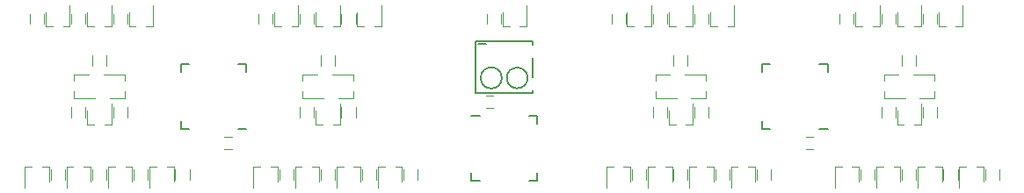
<source format=gbr>
G04 #@! TF.FileFunction,Legend,Top*
%FSLAX46Y46*%
G04 Gerber Fmt 4.6, Leading zero omitted, Abs format (unit mm)*
G04 Created by KiCad (PCBNEW 4.0.7) date 02/04/18 23:22:38*
%MOMM*%
%LPD*%
G01*
G04 APERTURE LIST*
%ADD10C,0.100000*%
%ADD11C,0.120000*%
%ADD12C,0.150000*%
G04 APERTURE END LIST*
D10*
D11*
X145250000Y-101900000D02*
X145950000Y-101900000D01*
X145950000Y-103100000D02*
X145250000Y-103100000D01*
X120750000Y-107100000D02*
X120050000Y-107100000D01*
X120050000Y-105900000D02*
X120750000Y-105900000D01*
X145320000Y-95000000D02*
X145320000Y-94000000D01*
X146680000Y-94000000D02*
X146680000Y-95000000D01*
X187320000Y-95000000D02*
X187320000Y-94000000D01*
X188680000Y-94000000D02*
X188680000Y-95000000D01*
X187320000Y-104000000D02*
X187320000Y-103000000D01*
X188680000Y-103000000D02*
X188680000Y-104000000D01*
X194680000Y-109000000D02*
X194680000Y-110000000D01*
X193320000Y-110000000D02*
X193320000Y-109000000D01*
X190680000Y-109000000D02*
X190680000Y-110000000D01*
X189320000Y-110000000D02*
X189320000Y-109000000D01*
X183320000Y-104000000D02*
X183320000Y-103000000D01*
X184680000Y-103000000D02*
X184680000Y-104000000D01*
X186680000Y-109000000D02*
X186680000Y-110000000D01*
X185320000Y-110000000D02*
X185320000Y-109000000D01*
X182680000Y-109000000D02*
X182680000Y-110000000D01*
X181320000Y-110000000D02*
X181320000Y-109000000D01*
X186680000Y-98000000D02*
X186680000Y-99000000D01*
X185320000Y-99000000D02*
X185320000Y-98000000D01*
X179320000Y-95000000D02*
X179320000Y-94000000D01*
X180680000Y-94000000D02*
X180680000Y-95000000D01*
X183320000Y-95000000D02*
X183320000Y-94000000D01*
X184680000Y-94000000D02*
X184680000Y-95000000D01*
X165320000Y-95000000D02*
X165320000Y-94000000D01*
X166680000Y-94000000D02*
X166680000Y-95000000D01*
X165320000Y-104000000D02*
X165320000Y-103000000D01*
X166680000Y-103000000D02*
X166680000Y-104000000D01*
X172680000Y-109000000D02*
X172680000Y-110000000D01*
X171320000Y-110000000D02*
X171320000Y-109000000D01*
X168680000Y-109000000D02*
X168680000Y-110000000D01*
X167320000Y-110000000D02*
X167320000Y-109000000D01*
X161320000Y-104000000D02*
X161320000Y-103000000D01*
X162680000Y-103000000D02*
X162680000Y-104000000D01*
X164680000Y-109000000D02*
X164680000Y-110000000D01*
X163320000Y-110000000D02*
X163320000Y-109000000D01*
X160680000Y-109000000D02*
X160680000Y-110000000D01*
X159320000Y-110000000D02*
X159320000Y-109000000D01*
X164680000Y-98000000D02*
X164680000Y-99000000D01*
X163320000Y-99000000D02*
X163320000Y-98000000D01*
X157320000Y-95000000D02*
X157320000Y-94000000D01*
X158680000Y-94000000D02*
X158680000Y-95000000D01*
X161320000Y-95000000D02*
X161320000Y-94000000D01*
X162680000Y-94000000D02*
X162680000Y-95000000D01*
X131320000Y-95000000D02*
X131320000Y-94000000D01*
X132680000Y-94000000D02*
X132680000Y-95000000D01*
X131320000Y-104000000D02*
X131320000Y-103000000D01*
X132680000Y-103000000D02*
X132680000Y-104000000D01*
X134680000Y-109000000D02*
X134680000Y-110000000D01*
X133320000Y-110000000D02*
X133320000Y-109000000D01*
X127320000Y-104000000D02*
X127320000Y-103000000D01*
X128680000Y-103000000D02*
X128680000Y-104000000D01*
X130680000Y-109000000D02*
X130680000Y-110000000D01*
X129320000Y-110000000D02*
X129320000Y-109000000D01*
X126680000Y-109000000D02*
X126680000Y-110000000D01*
X125320000Y-110000000D02*
X125320000Y-109000000D01*
X130680000Y-98000000D02*
X130680000Y-99000000D01*
X129320000Y-99000000D02*
X129320000Y-98000000D01*
X123320000Y-95000000D02*
X123320000Y-94000000D01*
X124680000Y-94000000D02*
X124680000Y-95000000D01*
X127320000Y-95000000D02*
X127320000Y-94000000D01*
X128680000Y-94000000D02*
X128680000Y-95000000D01*
X109320000Y-95000000D02*
X109320000Y-94000000D01*
X110680000Y-94000000D02*
X110680000Y-95000000D01*
X109320000Y-104000000D02*
X109320000Y-103000000D01*
X110680000Y-103000000D02*
X110680000Y-104000000D01*
X116680000Y-109000000D02*
X116680000Y-110000000D01*
X115320000Y-110000000D02*
X115320000Y-109000000D01*
X112680000Y-109000000D02*
X112680000Y-110000000D01*
X111320000Y-110000000D02*
X111320000Y-109000000D01*
X105320000Y-104000000D02*
X105320000Y-103000000D01*
X106680000Y-103000000D02*
X106680000Y-104000000D01*
X108680000Y-109000000D02*
X108680000Y-110000000D01*
X107320000Y-110000000D02*
X107320000Y-109000000D01*
X104680000Y-109000000D02*
X104680000Y-110000000D01*
X103320000Y-110000000D02*
X103320000Y-109000000D01*
X105320000Y-95000000D02*
X105320000Y-94000000D01*
X106680000Y-94000000D02*
X106680000Y-95000000D01*
D12*
X171850000Y-105150000D02*
X171850000Y-104360000D01*
X178150000Y-98850000D02*
X178150000Y-99640000D01*
X171850000Y-98850000D02*
X171850000Y-99640000D01*
X178150000Y-105150000D02*
X177360000Y-105150000D01*
X178150000Y-98850000D02*
X177360000Y-98850000D01*
X171850000Y-98850000D02*
X172640000Y-98850000D01*
X171850000Y-105150000D02*
X172640000Y-105150000D01*
X150150000Y-103850000D02*
X150150000Y-104640000D01*
X143850000Y-110150000D02*
X143850000Y-109360000D01*
X150150000Y-110150000D02*
X150150000Y-109360000D01*
X143850000Y-103850000D02*
X144640000Y-103850000D01*
X143850000Y-110150000D02*
X144640000Y-110150000D01*
X150150000Y-110150000D02*
X149360000Y-110150000D01*
X150150000Y-103850000D02*
X149360000Y-103850000D01*
D11*
X147500000Y-95230000D02*
X146840000Y-95230000D01*
X149160000Y-95230000D02*
X148500000Y-95230000D01*
X149160000Y-95230000D02*
X149160000Y-93200000D01*
X146840000Y-93820000D02*
X146840000Y-95230000D01*
X189500000Y-95230000D02*
X188840000Y-95230000D01*
X191160000Y-95230000D02*
X190500000Y-95230000D01*
X191160000Y-95230000D02*
X191160000Y-93200000D01*
X188840000Y-93820000D02*
X188840000Y-95230000D01*
X188430000Y-101500000D02*
X188430000Y-102160000D01*
X188430000Y-99840000D02*
X188430000Y-100500000D01*
X188430000Y-99840000D02*
X186400000Y-99840000D01*
X187020000Y-102160000D02*
X188430000Y-102160000D01*
X192500000Y-108770000D02*
X193160000Y-108770000D01*
X190840000Y-108770000D02*
X191500000Y-108770000D01*
X190840000Y-108770000D02*
X190840000Y-110800000D01*
X193160000Y-110180000D02*
X193160000Y-108770000D01*
X188500000Y-108770000D02*
X189160000Y-108770000D01*
X186840000Y-108770000D02*
X187500000Y-108770000D01*
X186840000Y-108770000D02*
X186840000Y-110800000D01*
X189160000Y-110180000D02*
X189160000Y-108770000D01*
X185500000Y-104730000D02*
X184840000Y-104730000D01*
X187160000Y-104730000D02*
X186500000Y-104730000D01*
X187160000Y-104730000D02*
X187160000Y-102700000D01*
X184840000Y-103320000D02*
X184840000Y-104730000D01*
X184500000Y-108770000D02*
X185160000Y-108770000D01*
X182840000Y-108770000D02*
X183500000Y-108770000D01*
X182840000Y-108770000D02*
X182840000Y-110800000D01*
X185160000Y-110180000D02*
X185160000Y-108770000D01*
X180500000Y-108770000D02*
X181160000Y-108770000D01*
X178840000Y-108770000D02*
X179500000Y-108770000D01*
X178840000Y-108770000D02*
X178840000Y-110800000D01*
X181160000Y-110180000D02*
X181160000Y-108770000D01*
X181500000Y-95230000D02*
X180840000Y-95230000D01*
X183160000Y-95230000D02*
X182500000Y-95230000D01*
X183160000Y-95230000D02*
X183160000Y-93200000D01*
X180840000Y-93820000D02*
X180840000Y-95230000D01*
X185500000Y-95230000D02*
X184840000Y-95230000D01*
X187160000Y-95230000D02*
X186500000Y-95230000D01*
X187160000Y-95230000D02*
X187160000Y-93200000D01*
X184840000Y-93820000D02*
X184840000Y-95230000D01*
X167500000Y-95230000D02*
X166840000Y-95230000D01*
X169160000Y-95230000D02*
X168500000Y-95230000D01*
X169160000Y-95230000D02*
X169160000Y-93200000D01*
X166840000Y-93820000D02*
X166840000Y-95230000D01*
X166430000Y-101500000D02*
X166430000Y-102160000D01*
X166430000Y-99840000D02*
X166430000Y-100500000D01*
X166430000Y-99840000D02*
X164400000Y-99840000D01*
X165020000Y-102160000D02*
X166430000Y-102160000D01*
X170500000Y-108770000D02*
X171160000Y-108770000D01*
X168840000Y-108770000D02*
X169500000Y-108770000D01*
X168840000Y-108770000D02*
X168840000Y-110800000D01*
X171160000Y-110180000D02*
X171160000Y-108770000D01*
X166500000Y-108770000D02*
X167160000Y-108770000D01*
X164840000Y-108770000D02*
X165500000Y-108770000D01*
X164840000Y-108770000D02*
X164840000Y-110800000D01*
X167160000Y-110180000D02*
X167160000Y-108770000D01*
X163500000Y-104730000D02*
X162840000Y-104730000D01*
X165160000Y-104730000D02*
X164500000Y-104730000D01*
X165160000Y-104730000D02*
X165160000Y-102700000D01*
X162840000Y-103320000D02*
X162840000Y-104730000D01*
X162500000Y-108770000D02*
X163160000Y-108770000D01*
X160840000Y-108770000D02*
X161500000Y-108770000D01*
X160840000Y-108770000D02*
X160840000Y-110800000D01*
X163160000Y-110180000D02*
X163160000Y-108770000D01*
X158500000Y-108770000D02*
X159160000Y-108770000D01*
X156840000Y-108770000D02*
X157500000Y-108770000D01*
X156840000Y-108770000D02*
X156840000Y-110800000D01*
X159160000Y-110180000D02*
X159160000Y-108770000D01*
X161570000Y-100500000D02*
X161570000Y-99840000D01*
X161570000Y-102160000D02*
X161570000Y-101500000D01*
X161570000Y-102160000D02*
X163600000Y-102160000D01*
X162980000Y-99840000D02*
X161570000Y-99840000D01*
X159500000Y-95230000D02*
X158840000Y-95230000D01*
X161160000Y-95230000D02*
X160500000Y-95230000D01*
X161160000Y-95230000D02*
X161160000Y-93200000D01*
X158840000Y-93820000D02*
X158840000Y-95230000D01*
X163500000Y-95230000D02*
X162840000Y-95230000D01*
X165160000Y-95230000D02*
X164500000Y-95230000D01*
X165160000Y-95230000D02*
X165160000Y-93200000D01*
X162840000Y-93820000D02*
X162840000Y-95230000D01*
X133500000Y-95230000D02*
X132840000Y-95230000D01*
X135160000Y-95230000D02*
X134500000Y-95230000D01*
X135160000Y-95230000D02*
X135160000Y-93200000D01*
X132840000Y-93820000D02*
X132840000Y-95230000D01*
X132430000Y-101500000D02*
X132430000Y-102160000D01*
X132430000Y-99840000D02*
X132430000Y-100500000D01*
X132430000Y-99840000D02*
X130400000Y-99840000D01*
X131020000Y-102160000D02*
X132430000Y-102160000D01*
X132500000Y-108770000D02*
X133160000Y-108770000D01*
X130840000Y-108770000D02*
X131500000Y-108770000D01*
X130840000Y-108770000D02*
X130840000Y-110800000D01*
X133160000Y-110180000D02*
X133160000Y-108770000D01*
X129500000Y-104730000D02*
X128840000Y-104730000D01*
X131160000Y-104730000D02*
X130500000Y-104730000D01*
X131160000Y-104730000D02*
X131160000Y-102700000D01*
X128840000Y-103320000D02*
X128840000Y-104730000D01*
X128500000Y-108770000D02*
X129160000Y-108770000D01*
X126840000Y-108770000D02*
X127500000Y-108770000D01*
X126840000Y-108770000D02*
X126840000Y-110800000D01*
X129160000Y-110180000D02*
X129160000Y-108770000D01*
X125500000Y-95230000D02*
X124840000Y-95230000D01*
X127160000Y-95230000D02*
X126500000Y-95230000D01*
X127160000Y-95230000D02*
X127160000Y-93200000D01*
X124840000Y-93820000D02*
X124840000Y-95230000D01*
X129500000Y-95230000D02*
X128840000Y-95230000D01*
X131160000Y-95230000D02*
X130500000Y-95230000D01*
X131160000Y-95230000D02*
X131160000Y-93200000D01*
X128840000Y-93820000D02*
X128840000Y-95230000D01*
X111500000Y-95230000D02*
X110840000Y-95230000D01*
X113160000Y-95230000D02*
X112500000Y-95230000D01*
X113160000Y-95230000D02*
X113160000Y-93200000D01*
X110840000Y-93820000D02*
X110840000Y-95230000D01*
X114500000Y-108770000D02*
X115160000Y-108770000D01*
X112840000Y-108770000D02*
X113500000Y-108770000D01*
X112840000Y-108770000D02*
X112840000Y-110800000D01*
X115160000Y-110180000D02*
X115160000Y-108770000D01*
X110500000Y-108770000D02*
X111160000Y-108770000D01*
X108840000Y-108770000D02*
X109500000Y-108770000D01*
X108840000Y-108770000D02*
X108840000Y-110800000D01*
X111160000Y-110180000D02*
X111160000Y-108770000D01*
X107500000Y-104730000D02*
X106840000Y-104730000D01*
X109160000Y-104730000D02*
X108500000Y-104730000D01*
X109160000Y-104730000D02*
X109160000Y-102700000D01*
X106840000Y-103320000D02*
X106840000Y-104730000D01*
X106500000Y-108770000D02*
X107160000Y-108770000D01*
X104840000Y-108770000D02*
X105500000Y-108770000D01*
X104840000Y-108770000D02*
X104840000Y-110800000D01*
X107160000Y-110180000D02*
X107160000Y-108770000D01*
X102500000Y-108770000D02*
X103160000Y-108770000D01*
X100840000Y-108770000D02*
X101500000Y-108770000D01*
X100840000Y-108770000D02*
X100840000Y-110800000D01*
X103160000Y-110180000D02*
X103160000Y-108770000D01*
X105570000Y-100500000D02*
X105570000Y-99840000D01*
X105570000Y-102160000D02*
X105570000Y-101500000D01*
X105570000Y-102160000D02*
X107600000Y-102160000D01*
X106980000Y-99840000D02*
X105570000Y-99840000D01*
X107500000Y-95230000D02*
X106840000Y-95230000D01*
X109160000Y-95230000D02*
X108500000Y-95230000D01*
X109160000Y-95230000D02*
X109160000Y-93200000D01*
X106840000Y-93820000D02*
X106840000Y-95230000D01*
X124500000Y-108770000D02*
X125160000Y-108770000D01*
X122840000Y-108770000D02*
X123500000Y-108770000D01*
X122840000Y-108770000D02*
X122840000Y-110800000D01*
X125160000Y-110180000D02*
X125160000Y-108770000D01*
X101320000Y-95000000D02*
X101320000Y-94000000D01*
X102680000Y-94000000D02*
X102680000Y-95000000D01*
X103500000Y-95230000D02*
X102840000Y-95230000D01*
X105160000Y-95230000D02*
X104500000Y-95230000D01*
X105160000Y-95230000D02*
X105160000Y-93200000D01*
X102840000Y-93820000D02*
X102840000Y-95230000D01*
X110430000Y-101500000D02*
X110430000Y-102160000D01*
X110430000Y-99840000D02*
X110430000Y-100500000D01*
X110430000Y-99840000D02*
X108400000Y-99840000D01*
X109020000Y-102160000D02*
X110430000Y-102160000D01*
D12*
X115850000Y-105150000D02*
X115850000Y-104360000D01*
X122150000Y-98850000D02*
X122150000Y-99640000D01*
X115850000Y-98850000D02*
X115850000Y-99640000D01*
X122150000Y-105150000D02*
X121360000Y-105150000D01*
X122150000Y-98850000D02*
X121360000Y-98850000D01*
X115850000Y-98850000D02*
X116640000Y-98850000D01*
X115850000Y-105150000D02*
X116640000Y-105150000D01*
D11*
X127570000Y-100500000D02*
X127570000Y-99840000D01*
X127570000Y-102160000D02*
X127570000Y-101500000D01*
X127570000Y-102160000D02*
X129600000Y-102160000D01*
X128980000Y-99840000D02*
X127570000Y-99840000D01*
X108680000Y-98000000D02*
X108680000Y-99000000D01*
X107320000Y-99000000D02*
X107320000Y-98000000D01*
X183570000Y-100500000D02*
X183570000Y-99840000D01*
X183570000Y-102160000D02*
X183570000Y-101500000D01*
X183570000Y-102160000D02*
X185600000Y-102160000D01*
X184980000Y-99840000D02*
X183570000Y-99840000D01*
D12*
X146769804Y-100200000D02*
G75*
G03X146769804Y-100200000I-1019804J0D01*
G01*
X149250000Y-100200000D02*
G75*
G03X149250000Y-100200000I-1000000J0D01*
G01*
X149750000Y-100100000D02*
X149750000Y-98300000D01*
X149750000Y-101650000D02*
X149750000Y-101400000D01*
X149750000Y-96650000D02*
X149750000Y-97000000D01*
X144500000Y-96900000D02*
X145250000Y-96900000D01*
X149750000Y-101650000D02*
X144250000Y-101650000D01*
X144250000Y-101650000D02*
X144250000Y-96650000D01*
X144250000Y-96650000D02*
X149750000Y-96650000D01*
D11*
X138680000Y-109000000D02*
X138680000Y-110000000D01*
X137320000Y-110000000D02*
X137320000Y-109000000D01*
X136500000Y-108770000D02*
X137160000Y-108770000D01*
X134840000Y-108770000D02*
X135500000Y-108770000D01*
X134840000Y-108770000D02*
X134840000Y-110800000D01*
X137160000Y-110180000D02*
X137160000Y-108770000D01*
X176750000Y-107100000D02*
X176050000Y-107100000D01*
X176050000Y-105900000D02*
X176750000Y-105900000D01*
M02*

</source>
